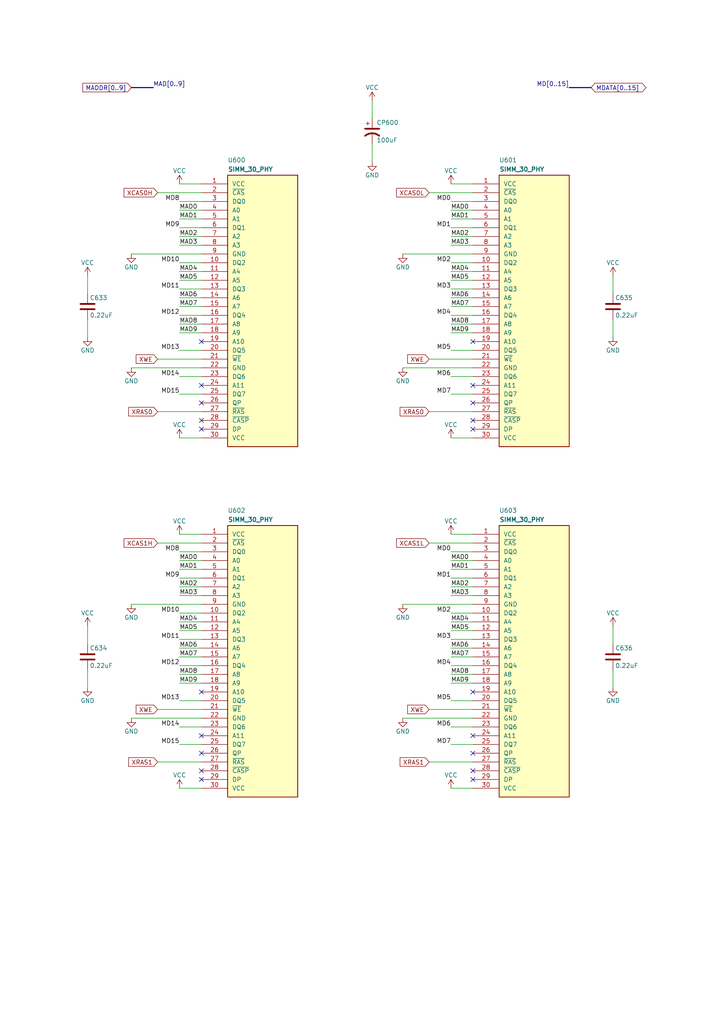
<source format=kicad_sch>
(kicad_sch (version 20211123) (generator eeschema)
  (paper "A4" portrait)
  (title_block (title "ReSTe mignon") (date "2022-07-13") (rev "mk0-0.1") (company "David SPORN") (comment 2 "original repository : https://github.com/sporniket/reste-mignon") (comment 4 "A remake of the Atari STe with some fixes applied and a target size of 25×18cm (B5)"))
  (lib_symbols
    (symbol "Device:C" (pin_numbers hide) (pin_names (offset 0.254))
      (property "Reference" "C" (at 0.635 2.54 0))
      (property "Value" "C" (at 0.635 -2.54 0))
      (symbol "C_0_1"
        (polyline (pts (xy -2.032 -0.762) (xy 2.032 -0.762)) (stroke (width 0.508)))
        (polyline (pts (xy -2.032 0.762) (xy 2.032 0.762)) (stroke (width 0.508)))
      )
      (symbol "C_1_1"
        (pin passive line (at 0 3.81 270) (length 2.794) (name "~") (number "1"))
        (pin passive line (at 0 -3.81 90) (length 2.794) (name "~") (number "2"))
      )
    )
    (symbol "Device:CP1" (pin_numbers hide) (pin_names (offset 0.254) hide)
      (property "Reference" "C" (at 0.635 2.54 0))
      (property "Value" "Device_CP1" (at 0.635 -2.54 0))
      (symbol "CP1_0_1"
        (polyline (pts (xy -2.032 0.762) (xy 2.032 0.762)) (stroke (width 0.508)))
        (polyline (pts (xy -1.778 2.286) (xy -0.762 2.286)))
        (polyline (pts (xy -1.27 1.778) (xy -1.27 2.794)))
        (arc (start 2.032 -1.27) (mid 0 -0.5572) (end -2.032 -1.27) (stroke (width 0.508)))
      )
      (symbol "CP1_1_1"
        (pin passive line (at 0 3.81 270) (length 2.794) (name "~") (number "1"))
        (pin passive line (at 0 -3.81 90) (length 3.302) (name "~") (number "2"))
      )
    )
    (symbol "power:GND" (power) (pin_names (offset 0))
      (property "Value" "GND" (at 0 -3.81 0))
      (symbol "GND_0_1"
        (polyline (pts (xy 0 0) (xy 0 -1.27) (xy 1.27 -1.27) (xy 0 -2.54) (xy -1.27 -1.27) (xy 0 -1.27)))
      )
      (symbol "GND_1_1"
        (pin power_in line (at 0 0 270) (length 0) hide (name "GND") (number "1"))
      )
    )
    (symbol "power:VCC" (power) (pin_names (offset 0))
      (property "Value" "VCC" (at 0 3.81 0))
      (symbol "VCC_0_1"
        (polyline (pts (xy -0.762 1.27) (xy 0 2.54)))
        (polyline (pts (xy 0 0) (xy 0 2.54)))
        (polyline (pts (xy 0 2.54) (xy 0.762 1.27)))
      )
      (symbol "VCC_1_1"
        (pin power_in line (at 0 0 90) (length 0) hide (name "VCC") (number "1"))
      )
    )
    (symbol "simm-30:SIMM_30_PHY" (pin_names (offset 1.27))
      (property "Reference" "U" (at 0 0 0))
      (property "Value" "SIMM_30_PHY" (at 0 0 0))
      (symbol "SIMM_30_PHY_0_0"
        (rectangle (start -10.16 39.37) (end 10.16 -39.37) (stroke (width 0.254)) (fill (type background)))
        (pin power_in line (at -17.78 36.83 0) (length 7.62) (name "VCC") (number "1"))
        (pin bidirectional line (at -17.78 13.97 0) (length 7.62) (name "DQ2") (number "10"))
        (pin input line (at -17.78 11.43 0) (length 7.62) (name "A4") (number "11"))
        (pin input line (at -17.78 8.89 0) (length 7.62) (name "A5") (number "12"))
        (pin bidirectional line (at -17.78 6.35 0) (length 7.62) (name "DQ3") (number "13"))
        (pin input line (at -17.78 3.81 0) (length 7.62) (name "A6") (number "14"))
        (pin input line (at -17.78 1.27 0) (length 7.62) (name "A7") (number "15"))
        (pin bidirectional line (at -17.78 -1.27 0) (length 7.62) (name "DQ4") (number "16"))
        (pin input line (at -17.78 -3.81 0) (length 7.62) (name "A8") (number "17"))
        (pin input line (at -17.78 -6.35 0) (length 7.62) (name "A9") (number "18"))
        (pin input line (at -17.78 -8.89 0) (length 7.62) (name "A10") (number "19"))
        (pin input line (at -17.78 34.29 0) (length 7.62) (name "~{CAS}") (number "2"))
        (pin bidirectional line (at -17.78 -11.43 0) (length 7.62) (name "DQ5") (number "20"))
        (pin input line (at -17.78 -13.97 0) (length 7.62) (name "~{WE}") (number "21"))
        (pin power_in line (at -17.78 -16.51 0) (length 7.62) (name "GND") (number "22"))
        (pin bidirectional line (at -17.78 -19.05 0) (length 7.62) (name "DQ6") (number "23"))
        (pin input line (at -17.78 -21.59 0) (length 7.62) (name "A11") (number "24"))
        (pin bidirectional line (at -17.78 -24.13 0) (length 7.62) (name "DQ7") (number "25"))
        (pin output line (at -17.78 -26.67 0) (length 7.62) (name "QP") (number "26"))
        (pin input line (at -17.78 -29.21 0) (length 7.62) (name "~{RAS}") (number "27"))
        (pin input line (at -17.78 -31.75 0) (length 7.62) (name "~{CASP}") (number "28"))
        (pin input line (at -17.78 -34.29 0) (length 7.62) (name "DP") (number "29"))
        (pin bidirectional line (at -17.78 31.75 0) (length 7.62) (name "DQ0") (number "3"))
        (pin power_in line (at -17.78 -36.83 0) (length 7.62) (name "VCC") (number "30"))
        (pin input line (at -17.78 29.21 0) (length 7.62) (name "A0") (number "4"))
        (pin input line (at -17.78 26.67 0) (length 7.62) (name "A1") (number "5"))
        (pin bidirectional line (at -17.78 24.13 0) (length 7.62) (name "DQ1") (number "6"))
        (pin input line (at -17.78 21.59 0) (length 7.62) (name "A2") (number "7"))
        (pin input line (at -17.78 19.05 0) (length 7.62) (name "A3") (number "8"))
        (pin power_in line (at -17.78 16.51 0) (length 7.62) (name "GND") (number "9"))
      )
    )
  )
  (no_connect (at 58.42 218.44))
  (no_connect (at 58.42 200.66))
  (no_connect (at 137.16 121.92))
  (no_connect (at 137.16 213.36))
  (no_connect (at 137.16 226.06))
  (no_connect (at 58.42 116.84))
  (no_connect (at 58.42 124.46))
  (no_connect (at 58.42 226.06))
  (no_connect (at 137.16 124.46))
  (no_connect (at 137.16 223.52))
  (no_connect (at 137.16 218.44))
  (no_connect (at 137.16 116.84))
  (no_connect (at 137.16 111.76))
  (no_connect (at 58.42 223.52))
  (no_connect (at 137.16 200.66))
  (no_connect (at 58.42 121.92))
  (no_connect (at 58.42 99.06))
  (no_connect (at 58.42 111.76))
  (no_connect (at 58.42 213.36))
  (no_connect (at 137.16 99.06))
  (wire (pts (xy 130.81 190.5) (xy 137.16 190.5)))
  (wire (pts (xy 130.81 68.58) (xy 137.16 68.58)))
  (wire (pts (xy 130.81 165.1) (xy 137.16 165.1)))
  (wire (pts (xy 25.4 80.01) (xy 25.4 85.09)))
  (wire (pts (xy 107.95 29.21) (xy 107.95 34.29)))
  (wire (pts (xy 52.07 88.9) (xy 58.42 88.9)))
  (wire (pts (xy 130.81 93.98) (xy 137.16 93.98)))
  (wire (pts (xy 130.81 210.82) (xy 137.16 210.82)))
  (wire (pts (xy 38.1 106.68) (xy 58.42 106.68)))
  (wire (pts (xy 52.07 76.2) (xy 58.42 76.2)))
  (wire (pts (xy 52.07 71.12) (xy 58.42 71.12)))
  (wire (pts (xy 130.81 83.82) (xy 137.16 83.82)))
  (wire (pts (xy 52.07 160.02) (xy 58.42 160.02)))
  (wire (pts (xy 52.07 228.6) (xy 58.42 228.6)))
  (wire (pts (xy 130.81 114.3) (xy 137.16 114.3)))
  (wire (pts (xy 52.07 162.56) (xy 58.42 162.56)))
  (wire (pts (xy 130.81 96.52) (xy 137.16 96.52)))
  (wire (pts (xy 130.81 60.96) (xy 137.16 60.96)))
  (wire (pts (xy 130.81 78.74) (xy 137.16 78.74)))
  (bus (pts (xy 38.1 25.4) (xy 44.45 25.4)))
  (wire (pts (xy 52.07 114.3) (xy 58.42 114.3)))
  (wire (pts (xy 124.46 55.88) (xy 137.16 55.88)))
  (wire (pts (xy 130.81 91.44) (xy 137.16 91.44)))
  (wire (pts (xy 130.81 66.04) (xy 137.16 66.04)))
  (wire (pts (xy 25.4 194.31) (xy 25.4 199.39)))
  (wire (pts (xy 130.81 160.02) (xy 137.16 160.02)))
  (wire (pts (xy 45.72 119.38) (xy 58.42 119.38)))
  (wire (pts (xy 45.72 104.14) (xy 58.42 104.14)))
  (wire (pts (xy 130.81 228.6) (xy 137.16 228.6)))
  (wire (pts (xy 52.07 83.82) (xy 58.42 83.82)))
  (wire (pts (xy 38.1 208.28) (xy 58.42 208.28)))
  (wire (pts (xy 52.07 172.72) (xy 58.42 172.72)))
  (wire (pts (xy 45.72 157.48) (xy 58.42 157.48)))
  (wire (pts (xy 130.81 198.12) (xy 137.16 198.12)))
  (wire (pts (xy 177.8 92.71) (xy 177.8 97.79)))
  (wire (pts (xy 25.4 92.71) (xy 25.4 97.79)))
  (wire (pts (xy 130.81 215.9) (xy 137.16 215.9)))
  (wire (pts (xy 52.07 177.8) (xy 58.42 177.8)))
  (wire (pts (xy 130.81 167.64) (xy 137.16 167.64)))
  (wire (pts (xy 52.07 63.5) (xy 58.42 63.5)))
  (wire (pts (xy 116.84 73.66) (xy 137.16 73.66)))
  (wire (pts (xy 52.07 66.04) (xy 58.42 66.04)))
  (wire (pts (xy 130.81 195.58) (xy 137.16 195.58)))
  (wire (pts (xy 52.07 193.04) (xy 58.42 193.04)))
  (wire (pts (xy 130.81 154.94) (xy 137.16 154.94)))
  (wire (pts (xy 52.07 203.2) (xy 58.42 203.2)))
  (wire (pts (xy 38.1 175.26) (xy 58.42 175.26)))
  (wire (pts (xy 25.4 181.61) (xy 25.4 186.69)))
  (wire (pts (xy 177.8 181.61) (xy 177.8 186.69)))
  (wire (pts (xy 130.81 63.5) (xy 137.16 63.5)))
  (wire (pts (xy 130.81 109.22) (xy 137.16 109.22)))
  (wire (pts (xy 130.81 86.36) (xy 137.16 86.36)))
  (wire (pts (xy 124.46 104.14) (xy 137.16 104.14)))
  (wire (pts (xy 52.07 185.42) (xy 58.42 185.42)))
  (wire (pts (xy 38.1 73.66) (xy 58.42 73.66)))
  (wire (pts (xy 52.07 68.58) (xy 58.42 68.58)))
  (wire (pts (xy 52.07 167.64) (xy 58.42 167.64)))
  (wire (pts (xy 130.81 127) (xy 137.16 127)))
  (wire (pts (xy 45.72 55.88) (xy 58.42 55.88)))
  (wire (pts (xy 130.81 172.72) (xy 137.16 172.72)))
  (wire (pts (xy 52.07 215.9) (xy 58.42 215.9)))
  (wire (pts (xy 52.07 154.94) (xy 58.42 154.94)))
  (wire (pts (xy 130.81 193.04) (xy 137.16 193.04)))
  (wire (pts (xy 52.07 86.36) (xy 58.42 86.36)))
  (wire (pts (xy 52.07 91.44) (xy 58.42 91.44)))
  (wire (pts (xy 130.81 53.34) (xy 137.16 53.34)))
  (wire (pts (xy 52.07 170.18) (xy 58.42 170.18)))
  (wire (pts (xy 52.07 58.42) (xy 58.42 58.42)))
  (wire (pts (xy 52.07 198.12) (xy 58.42 198.12)))
  (wire (pts (xy 52.07 127) (xy 58.42 127)))
  (wire (pts (xy 52.07 195.58) (xy 58.42 195.58)))
  (wire (pts (xy 107.95 46.99) (xy 107.95 41.91)))
  (wire (pts (xy 177.8 80.01) (xy 177.8 85.09)))
  (wire (pts (xy 130.81 180.34) (xy 137.16 180.34)))
  (wire (pts (xy 52.07 60.96) (xy 58.42 60.96)))
  (wire (pts (xy 116.84 175.26) (xy 137.16 175.26)))
  (wire (pts (xy 52.07 180.34) (xy 58.42 180.34)))
  (wire (pts (xy 52.07 182.88) (xy 58.42 182.88)))
  (wire (pts (xy 52.07 109.22) (xy 58.42 109.22)))
  (wire (pts (xy 45.72 205.74) (xy 58.42 205.74)))
  (wire (pts (xy 130.81 81.28) (xy 137.16 81.28)))
  (wire (pts (xy 52.07 93.98) (xy 58.42 93.98)))
  (wire (pts (xy 52.07 81.28) (xy 58.42 81.28)))
  (wire (pts (xy 124.46 119.38) (xy 137.16 119.38)))
  (wire (pts (xy 45.72 220.98) (xy 58.42 220.98)))
  (wire (pts (xy 130.81 182.88) (xy 137.16 182.88)))
  (wire (pts (xy 130.81 58.42) (xy 137.16 58.42)))
  (wire (pts (xy 130.81 177.8) (xy 137.16 177.8)))
  (wire (pts (xy 130.81 71.12) (xy 137.16 71.12)))
  (bus (pts (xy 165.1 25.4) (xy 171.45 25.4)))
  (wire (pts (xy 52.07 101.6) (xy 58.42 101.6)))
  (wire (pts (xy 116.84 208.28) (xy 137.16 208.28)))
  (wire (pts (xy 52.07 210.82) (xy 58.42 210.82)))
  (wire (pts (xy 116.84 106.68) (xy 137.16 106.68)))
  (wire (pts (xy 130.81 185.42) (xy 137.16 185.42)))
  (wire (pts (xy 130.81 101.6) (xy 137.16 101.6)))
  (wire (pts (xy 52.07 165.1) (xy 58.42 165.1)))
  (wire (pts (xy 130.81 203.2) (xy 137.16 203.2)))
  (wire (pts (xy 124.46 220.98) (xy 137.16 220.98)))
  (wire (pts (xy 52.07 187.96) (xy 58.42 187.96)))
  (wire (pts (xy 124.46 157.48) (xy 137.16 157.48)))
  (wire (pts (xy 130.81 187.96) (xy 137.16 187.96)))
  (wire (pts (xy 52.07 96.52) (xy 58.42 96.52)))
  (wire (pts (xy 124.46 205.74) (xy 137.16 205.74)))
  (wire (pts (xy 130.81 88.9) (xy 137.16 88.9)))
  (wire (pts (xy 52.07 78.74) (xy 58.42 78.74)))
  (wire (pts (xy 52.07 190.5) (xy 58.42 190.5)))
  (wire (pts (xy 130.81 76.2) (xy 137.16 76.2)))
  (wire (pts (xy 130.81 170.18) (xy 137.16 170.18)))
  (wire (pts (xy 52.07 53.34) (xy 58.42 53.34)))
  (wire (pts (xy 177.8 194.31) (xy 177.8 199.39)))
  (wire (pts (xy 130.81 162.56) (xy 137.16 162.56)))
  (label "MAD8" (at 52.07 93.98 0))
  (label "MD6" (at 130.81 109.22 180))
  (label "MAD1" (at 52.07 63.5 0))
  (label "MAD7" (at 130.81 88.9 0))
  (label "MAD0" (at 52.07 162.56 0))
  (label "MAD8" (at 130.81 195.58 0))
  (label "MD9" (at 52.07 66.04 180))
  (label "MAD3" (at 52.07 172.72 0))
  (label "MD4" (at 130.81 193.04 180))
  (label "MAD2" (at 130.81 68.58 0))
  (label "MAD3" (at 52.07 71.12 0))
  (label "MAD6" (at 52.07 86.36 0))
  (label "MAD8" (at 130.81 93.98 0))
  (label "MD3" (at 130.81 185.42 180))
  (label "MAD6" (at 130.81 86.36 0))
  (label "MD7" (at 130.81 215.9 180))
  (label "MAD1" (at 52.07 165.1 0))
  (label "MD14" (at 52.07 109.22 180))
  (label "MAD9" (at 52.07 198.12 0))
  (label "MAD4" (at 130.81 180.34 0))
  (label "MD15" (at 52.07 114.3 180))
  (label "MD11" (at 52.07 83.82 180))
  (label "MD12" (at 52.07 91.44 180))
  (label "MAD7" (at 52.07 190.5 0))
  (label "MD0" (at 130.81 58.42 180))
  (label "MD4" (at 130.81 91.44 180))
  (label "MD11" (at 52.07 185.42 180))
  (label "MD10" (at 52.07 76.2 180))
  (label "MAD4" (at 130.81 78.74 0))
  (label "MAD5" (at 52.07 182.88 0))
  (label "MD9" (at 52.07 167.64 180))
  (label "MAD2" (at 52.07 170.18 0))
  (label "MAD9" (at 130.81 96.52 0))
  (label "MD13" (at 52.07 203.2 180))
  (label "MAD2" (at 130.81 170.18 0))
  (label "MAD4" (at 52.07 180.34 0))
  (label "MAD6" (at 130.81 187.96 0))
  (label "MD8" (at 52.07 58.42 180))
  (label "MAD7" (at 52.07 88.9 0))
  (label "MD1" (at 130.81 66.04 180))
  (label "MAD7" (at 130.81 190.5 0))
  (label "MAD4" (at 52.07 78.74 0))
  (label "MD2" (at 130.81 177.8 180))
  (label "MD13" (at 52.07 101.6 180))
  (label "MAD5" (at 130.81 182.88 0))
  (label "MD2" (at 130.81 76.2 180))
  (label "MAD0" (at 130.81 60.96 0))
  (label "MAD6" (at 52.07 187.96 0))
  (label "MD5" (at 130.81 101.6 180))
  (label "MAD3" (at 130.81 172.72 0))
  (label "MAD[0..9]" (at 44.45 25.4 0))
  (label "MAD2" (at 52.07 68.58 0))
  (label "MAD1" (at 130.81 165.1 0))
  (label "MD5" (at 130.81 203.2 180))
  (label "MD10" (at 52.07 177.8 180))
  (label "MAD5" (at 52.07 81.28 0))
  (label "MD6" (at 130.81 210.82 180))
  (label "MAD9" (at 52.07 96.52 0))
  (label "MD0" (at 130.81 160.02 180))
  (label "MD15" (at 52.07 215.9 180))
  (label "MAD5" (at 130.81 81.28 0))
  (label "MAD3" (at 130.81 71.12 0))
  (label "MD12" (at 52.07 193.04 180))
  (label "MAD0" (at 52.07 60.96 0))
  (label "MD1" (at 130.81 167.64 180))
  (label "MAD8" (at 52.07 195.58 0))
  (label "MAD0" (at 130.81 162.56 0))
  (label "MD7" (at 130.81 114.3 180))
  (label "MD3" (at 130.81 83.82 180))
  (label "MD8" (at 52.07 160.02 180))
  (label "MAD1" (at 130.81 63.5 0))
  (label "MAD9" (at 130.81 198.12 0))
  (label "MD14" (at 52.07 210.82 180))
  (label "MD[0..15]" (at 165.1 25.4 180))
  (global_label "XCAS1L" (shape input) (at 124.46 157.48 180) (property "Intersheet References" "${INTERSHEET_REFS}" (effects hide)))
  (global_label "XWE" (shape input) (at 45.72 205.74 180) (property "Intersheet References" "${INTERSHEET_REFS}" (effects hide)))
  (global_label "MADDR[0..9]" (shape input) (at 38.1 25.4 180) (property "Intersheet References" "${INTERSHEET_REFS}" (effects hide)))
  (global_label "XRAS1" (shape input) (at 124.46 220.98 180) (property "Intersheet References" "${INTERSHEET_REFS}" (effects hide)))
  (global_label "XWE" (shape input) (at 124.46 205.74 180) (property "Intersheet References" "${INTERSHEET_REFS}" (effects hide)))
  (global_label "MDATA[0..15]" (shape bidirectional) (at 171.45 25.4 0) (property "Intersheet References" "${INTERSHEET_REFS}" (effects hide)))
  (global_label "XRAS1" (shape input) (at 45.72 220.98 180) (property "Intersheet References" "${INTERSHEET_REFS}" (effects hide)))
  (global_label "XCAS1H" (shape input) (at 45.72 157.48 180) (property "Intersheet References" "${INTERSHEET_REFS}" (effects hide)))
  (global_label "XCAS0H" (shape input) (at 45.72 55.88 180) (property "Intersheet References" "${INTERSHEET_REFS}" (effects hide)))
  (global_label "XWE" (shape input) (at 124.46 104.14 180) (property "Intersheet References" "${INTERSHEET_REFS}" (effects hide)))
  (global_label "XCAS0L" (shape input) (at 124.46 55.88 180) (property "Intersheet References" "${INTERSHEET_REFS}" (effects hide)))
  (global_label "XWE" (shape input) (at 45.72 104.14 180) (property "Intersheet References" "${INTERSHEET_REFS}" (effects hide)))
  (global_label "XRAS0" (shape input) (at 45.72 119.38 180) (property "Intersheet References" "${INTERSHEET_REFS}" (effects hide)))
  (global_label "XRAS0" (shape input) (at 124.46 119.38 180) (property "Intersheet References" "${INTERSHEET_REFS}" (effects hide)))
  (symbol (lib_id "simm-30:SIMM_30_PHY") (at 76.2 90.17 0) (unit 1)
    (property "Reference" "U600" (at 66.04 45.72 0) (effects (justify left top)))
    (property "Value" "SIMM_30_PHY" (at 66.04 48.26 0) (effects (font bold) (justify left top)))
    (property "Footprint" "commons-interconnect_THT:socket-simm-30-P2.54mm" (effects hide))
  )
  (symbol (lib_id "simm-30:SIMM_30_PHY") (at 154.94 90.17 0) (unit 1)
    (property "Reference" "U601" (at 144.78 45.72 0) (effects (justify left top)))
    (property "Value" "SIMM_30_PHY" (at 144.78 48.26 0) (effects (font bold) (justify left top)))
    (property "Footprint" "commons-interconnect_THT:socket-simm-30-P2.54mm" (effects hide))
  )
  (symbol (lib_id "simm-30:SIMM_30_PHY") (at 76.2 191.77 0) (unit 1)
    (property "Reference" "U602" (at 66.04 147.32 0) (effects (justify left top)))
    (property "Value" "SIMM_30_PHY" (at 66.04 149.86 0) (effects (font bold) (justify left top)))
    (property "Footprint" "commons-interconnect_THT:socket-simm-30-P2.54mm" (effects hide))
  )
  (symbol (lib_id "simm-30:SIMM_30_PHY") (at 154.94 191.77 0) (unit 1)
    (property "Reference" "U603" (at 144.78 147.32 0) (effects (justify left top)))
    (property "Value" "SIMM_30_PHY" (at 144.78 149.86 0) (effects (font bold) (justify left top)))
    (property "Footprint" "commons-interconnect_THT:socket-simm-30-P2.54mm" (effects hide))
  )
  (symbol (lib_id "Device:C") (at 25.4 88.9 0) (unit 1)
    (property "Reference" "C633" (at 26.035 86.36 0) (effects (justify left)))
    (property "Value" "0.22uF" (at 26.035 91.44 0) (effects (justify left)))
    (property "Footprint" "Capacitor_SMD:C_1206_3216Metric_Pad1.33x1.80mm_HandSolder" (effects hide))
  )
  (symbol (lib_id "Device:C") (at 177.8 88.9 0) (unit 1)
    (property "Reference" "C635" (at 178.435 86.36 0) (effects (justify left)))
    (property "Value" "0.22uF" (at 178.435 91.44 0) (effects (justify left)))
    (property "Footprint" "Capacitor_SMD:C_1206_3216Metric_Pad1.33x1.80mm_HandSolder" (effects hide))
  )
  (symbol (lib_id "Device:C") (at 25.4 190.5 0) (unit 1)
    (property "Reference" "C634" (at 26.035 187.96 0) (effects (justify left)))
    (property "Value" "0.22uF" (at 26.035 193.04 0) (effects (justify left)))
    (property "Footprint" "Capacitor_SMD:C_1206_3216Metric_Pad1.33x1.80mm_HandSolder" (effects hide))
  )
  (symbol (lib_id "Device:C") (at 177.8 190.5 0) (unit 1)
    (property "Reference" "C636" (at 178.435 187.96 0) (effects (justify left)))
    (property "Value" "0.22uF" (at 178.435 193.04 0) (effects (justify left)))
    (property "Footprint" "Capacitor_SMD:C_1206_3216Metric_Pad1.33x1.80mm_HandSolder" (effects hide))
  )
  (symbol (lib_id "Device:CP1") (at 107.95 38.1 0) (unit 1)
    (property "Reference" "CP600" (at 109.22 35.56 0) (effects (justify left)))
    (property "Value" "100uF" (at 109.22 40.64 0) (effects (justify left)))
    (property "Footprint" "Capacitor_THT:C_Radial_D8.0mm_H11.5mm_P3.50mm" (effects hide))
  )
  (symbol (lib_id "power:GND") (at 177.8 199.39 0) (unit 1)
    (property "Reference" "#PWR0159" (effects hide))
    (property "Value" "GND" (at 177.8 203.2 0))
  )
  (symbol (lib_id "power:VCC") (at 107.95 29.21 0) (unit 1)
    (property "Reference" "#PWR?" (effects hide))
    (property "Value" "VCC" (at 107.95 25.4 0))
  )
  (symbol (lib_id "power:GND") (at 116.84 73.66 0) (unit 1)
    (property "Reference" "#PWR?" (effects hide))
    (property "Value" "GND" (at 116.84 77.47 0))
  )
  (symbol (lib_id "power:VCC") (at 25.4 181.61 0) (unit 1)
    (property "Reference" "#PWR?" (effects hide))
    (property "Value" "VCC" (at 25.4 177.8 0))
  )
  (symbol (lib_id "power:GND") (at 38.1 175.26 0) (unit 1)
    (property "Reference" "#PWR?" (effects hide))
    (property "Value" "GND" (at 38.1 179.07 0))
  )
  (symbol (lib_id "power:GND") (at 25.4 199.39 0) (unit 1)
    (property "Reference" "#PWR?" (effects hide))
    (property "Value" "GND" (at 25.4 203.2 0))
  )
  (symbol (lib_id "power:VCC") (at 52.07 228.6 0) (unit 1)
    (property "Reference" "#PWR?" (effects hide))
    (property "Value" "VCC" (at 52.07 224.79 0))
  )
  (symbol (lib_id "power:GND") (at 116.84 208.28 0) (unit 1)
    (property "Reference" "#PWR?" (effects hide))
    (property "Value" "GND" (at 116.84 212.09 0))
  )
  (symbol (lib_id "power:VCC") (at 52.07 127 0) (unit 1)
    (property "Reference" "#PWR?" (effects hide))
    (property "Value" "VCC" (at 52.07 123.19 0))
  )
  (symbol (lib_id "power:GND") (at 38.1 106.68 0) (unit 1)
    (property "Reference" "#PWR?" (effects hide))
    (property "Value" "GND" (at 38.1 110.49 0))
  )
  (symbol (lib_id "power:GND") (at 177.8 97.79 0) (unit 1)
    (property "Reference" "#PWR?" (effects hide))
    (property "Value" "GND" (at 177.8 101.6 0))
  )
  (symbol (lib_id "power:VCC") (at 52.07 154.94 0) (unit 1)
    (property "Reference" "#PWR?" (effects hide))
    (property "Value" "VCC" (at 52.07 151.13 0))
  )
  (symbol (lib_id "power:VCC") (at 130.81 154.94 0) (unit 1)
    (property "Reference" "#PWR?" (effects hide))
    (property "Value" "VCC" (at 130.81 151.13 0))
  )
  (symbol (lib_id "power:GND") (at 38.1 208.28 0) (unit 1)
    (property "Reference" "#PWR?" (effects hide))
    (property "Value" "GND" (at 38.1 212.09 0))
  )
  (symbol (lib_id "power:VCC") (at 52.07 53.34 0) (unit 1)
    (property "Reference" "#PWR?" (effects hide))
    (property "Value" "VCC" (at 52.07 49.53 0))
  )
  (symbol (lib_id "power:GND") (at 25.4 97.79 0) (unit 1)
    (property "Reference" "#PWR?" (effects hide))
    (property "Value" "GND" (at 25.4 101.6 0))
  )
  (symbol (lib_id "power:GND") (at 38.1 73.66 0) (unit 1)
    (property "Reference" "#PWR?" (effects hide))
    (property "Value" "GND" (at 38.1 77.47 0))
  )
  (symbol (lib_id "power:VCC") (at 177.8 181.61 0) (unit 1)
    (property "Reference" "#PWR0158" (effects hide))
    (property "Value" "VCC" (at 177.8 177.8 0))
  )
  (symbol (lib_id "power:GND") (at 116.84 175.26 0) (unit 1)
    (property "Reference" "#PWR?" (effects hide))
    (property "Value" "GND" (at 116.84 179.07 0))
  )
  (symbol (lib_id "power:GND") (at 107.95 46.99 0) (unit 1)
    (property "Reference" "#PWR?" (effects hide))
    (property "Value" "GND" (at 107.95 50.8 0))
  )
  (symbol (lib_id "power:GND") (at 116.84 106.68 0) (unit 1)
    (property "Reference" "#PWR?" (effects hide))
    (property "Value" "GND" (at 116.84 110.49 0))
  )
  (symbol (lib_id "power:VCC") (at 130.81 53.34 0) (unit 1)
    (property "Reference" "#PWR?" (effects hide))
    (property "Value" "VCC" (at 130.81 49.53 0))
  )
  (symbol (lib_id "power:VCC") (at 130.81 228.6 0) (unit 1)
    (property "Reference" "#PWR?" (effects hide))
    (property "Value" "VCC" (at 130.81 224.79 0))
  )
  (symbol (lib_id "power:VCC") (at 25.4 80.01 0) (unit 1)
    (property "Reference" "#PWR?" (effects hide))
    (property "Value" "VCC" (at 25.4 76.2 0))
  )
  (symbol (lib_id "power:VCC") (at 177.8 80.01 0) (unit 1)
    (property "Reference" "#PWR?" (effects hide))
    (property "Value" "VCC" (at 177.8 76.2 0))
  )
  (symbol (lib_id "power:VCC") (at 130.81 127 0) (unit 1)
    (property "Reference" "#PWR?" (effects hide))
    (property "Value" "VCC" (at 130.81 123.19 0))
  )
)
</source>
